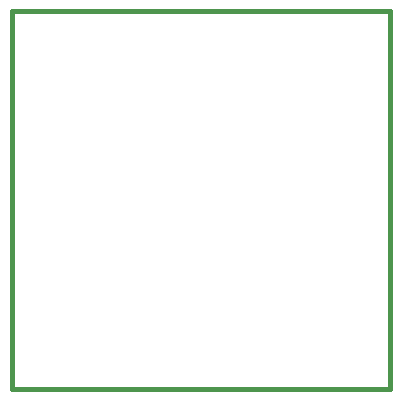
<source format=gbr>
G04 (created by PCBNEW (2013-jul-07)-stable) date Mon 01 Feb 2016 05:31:18 PM PST*
%MOIN*%
G04 Gerber Fmt 3.4, Leading zero omitted, Abs format*
%FSLAX34Y34*%
G01*
G70*
G90*
G04 APERTURE LIST*
%ADD10C,0.00590551*%
%ADD11C,0.015*%
G04 APERTURE END LIST*
G54D10*
G54D11*
X51969Y-39370D02*
X39370Y-39370D01*
X51969Y-26772D02*
X51969Y-39370D01*
X39370Y-26772D02*
X51969Y-26772D01*
X39370Y-39370D02*
X39370Y-26772D01*
M02*

</source>
